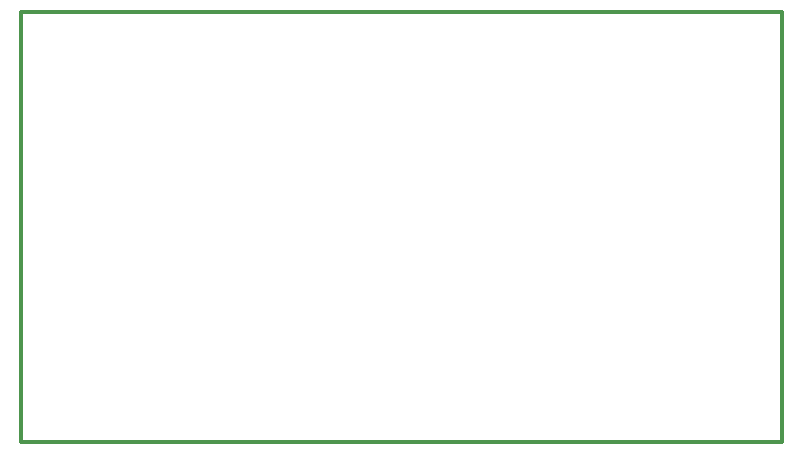
<source format=gko>
%FSLAX25Y25*%
%MOIN*%
G70*
G01*
G75*
G04 Layer_Color=16711935*
%ADD10R,0.11811X0.07874*%
%ADD11R,0.19685X0.11811*%
%ADD12R,0.05906X0.04331*%
%ADD13R,0.04331X0.05906*%
%ADD14R,0.01969X0.04724*%
%ADD15R,0.03150X0.03543*%
%ADD16O,0.09843X0.02756*%
%ADD17C,0.03150*%
%ADD18C,0.01969*%
%ADD19C,0.05906*%
%ADD20C,0.01575*%
%ADD21C,0.01181*%
%ADD22C,0.03937*%
%ADD23C,0.04724*%
%ADD24C,0.05118*%
%ADD25C,0.00945*%
%ADD26R,0.07874X0.07874*%
%ADD27R,0.07874X0.07874*%
%ADD28P,0.08523X8X112.5*%
%ADD29C,0.07874*%
%ADD30P,0.10653X8X292.5*%
%ADD31C,0.09843*%
%ADD32R,0.09843X0.09843*%
%ADD33C,0.00984*%
%ADD34C,0.00787*%
%ADD35C,0.01000*%
%ADD36R,0.12611X0.08674*%
%ADD37R,0.20485X0.12611*%
%ADD38R,0.06706X0.05131*%
%ADD39R,0.05131X0.06706*%
%ADD40R,0.02769X0.05524*%
%ADD41R,0.03950X0.04343*%
%ADD42O,0.10642X0.03556*%
%ADD43R,0.08674X0.08674*%
%ADD44R,0.08674X0.08674*%
%ADD45P,0.09389X8X112.5*%
%ADD46C,0.08674*%
%ADD47P,0.11519X8X292.5*%
%ADD48C,0.10642*%
%ADD49R,0.10642X0.10642*%
D21*
X1181Y1181D02*
Y144488D01*
X254724D01*
Y1181D02*
Y144488D01*
X1181Y1181D02*
X254724D01*
M02*

</source>
